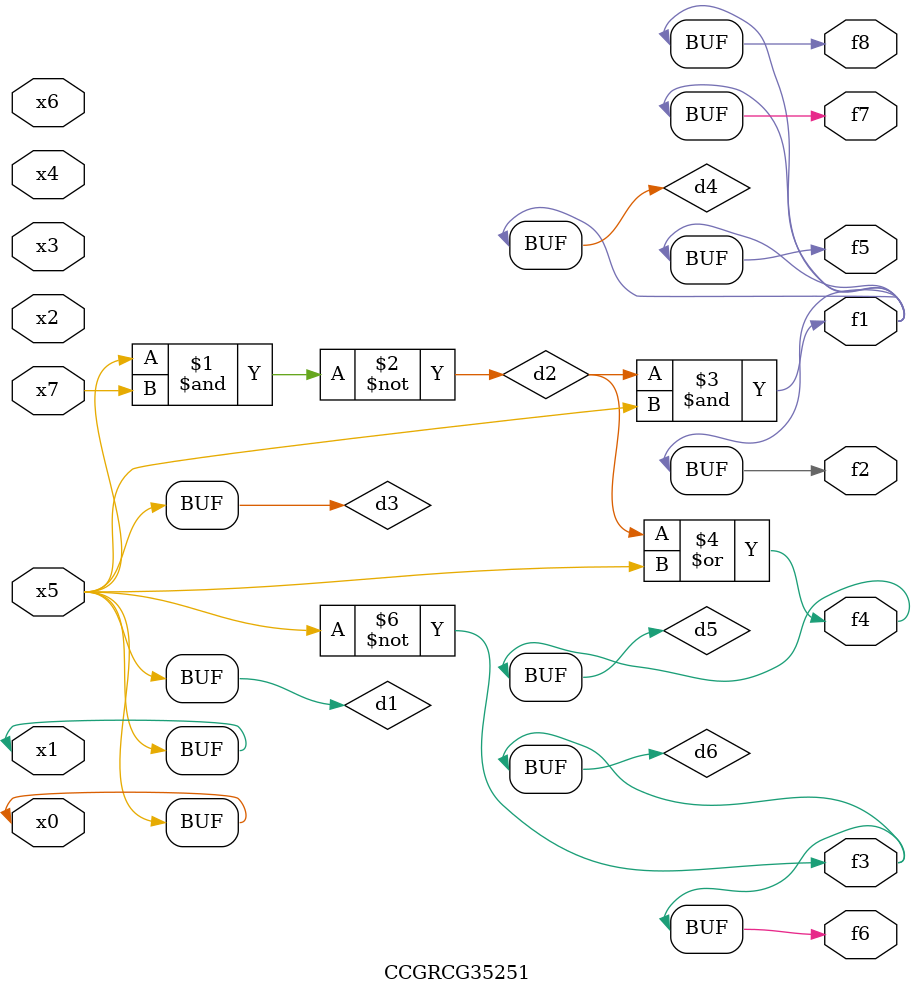
<source format=v>
module CCGRCG35251(
	input x0, x1, x2, x3, x4, x5, x6, x7,
	output f1, f2, f3, f4, f5, f6, f7, f8
);

	wire d1, d2, d3, d4, d5, d6;

	buf (d1, x0, x5);
	nand (d2, x5, x7);
	buf (d3, x0, x1);
	and (d4, d2, d3);
	or (d5, d2, d3);
	nor (d6, d1, d3);
	assign f1 = d4;
	assign f2 = d4;
	assign f3 = d6;
	assign f4 = d5;
	assign f5 = d4;
	assign f6 = d6;
	assign f7 = d4;
	assign f8 = d4;
endmodule

</source>
